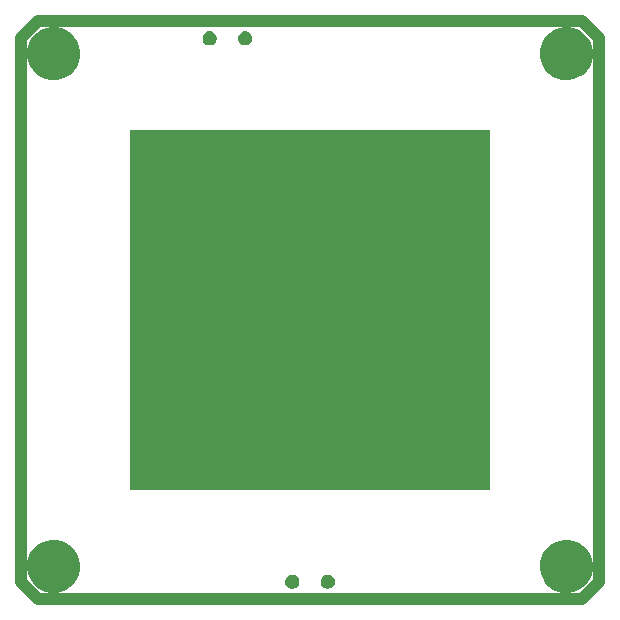
<source format=gbs>
G04 #@! TF.FileFunction,Soldermask,Bot*
%FSLAX45Y45*%
G04 Gerber Fmt 4.5, Leading zero omitted, Abs format (unit mm)*
G04 Created by KiCad (PCBNEW (2015-08-30 BZR 6134, Git 4e94d52)-product) date 2015-09-02 06:32:25*
%MOMM*%
G01*
G04 APERTURE LIST*
%ADD10C,0.100000*%
%ADD11C,1.000000*%
G04 APERTURE END LIST*
D10*
D11*
X10050000Y-14800000D02*
X10200000Y-14950000D01*
X10050000Y-10200000D02*
X10050000Y-14800000D01*
X10200000Y-10050000D02*
X10050000Y-10200000D01*
X14800000Y-10050000D02*
X10200000Y-10050000D01*
X14950000Y-10200000D02*
X14800000Y-10050000D01*
X14950000Y-14800000D02*
X14950000Y-10200000D01*
X14800000Y-14950000D02*
X14950000Y-14800000D01*
X10200000Y-14950000D02*
X14800000Y-14950000D01*
D10*
G36*
X14693633Y-14445149D02*
X14736856Y-14454022D01*
X14777534Y-14471121D01*
X14814115Y-14495795D01*
X14845206Y-14527105D01*
X14869625Y-14563857D01*
X14886439Y-14604653D01*
X14895000Y-14647886D01*
X14895000Y-14647887D01*
X14895010Y-14647938D01*
X14894306Y-14698336D01*
X14894294Y-14698386D01*
X14894294Y-14698388D01*
X14884530Y-14741365D01*
X14866583Y-14781675D01*
X14841148Y-14817731D01*
X14809194Y-14848160D01*
X14771938Y-14871804D01*
X14730800Y-14887760D01*
X14687345Y-14895423D01*
X14643230Y-14894499D01*
X14600135Y-14885023D01*
X14559700Y-14867358D01*
X14523467Y-14842175D01*
X14492816Y-14810435D01*
X14468912Y-14773344D01*
X14452669Y-14732319D01*
X14444704Y-14688919D01*
X14445320Y-14644798D01*
X14454494Y-14601637D01*
X14471877Y-14561081D01*
X14496806Y-14524673D01*
X14528332Y-14493800D01*
X14565254Y-14469639D01*
X14606165Y-14453110D01*
X14649509Y-14444841D01*
X14693633Y-14445149D01*
X14693633Y-14445149D01*
G37*
G36*
X10353633Y-14445149D02*
X10396856Y-14454022D01*
X10437534Y-14471121D01*
X10474115Y-14495795D01*
X10505207Y-14527105D01*
X10529625Y-14563857D01*
X10546439Y-14604653D01*
X10555000Y-14647886D01*
X10555000Y-14647887D01*
X10555010Y-14647938D01*
X10554306Y-14698336D01*
X10554295Y-14698386D01*
X10554295Y-14698388D01*
X10544531Y-14741365D01*
X10526583Y-14781675D01*
X10501148Y-14817731D01*
X10469195Y-14848160D01*
X10431938Y-14871804D01*
X10390800Y-14887760D01*
X10347345Y-14895423D01*
X10303230Y-14894499D01*
X10260135Y-14885023D01*
X10219700Y-14867358D01*
X10183467Y-14842175D01*
X10152816Y-14810435D01*
X10128913Y-14773344D01*
X10112669Y-14732319D01*
X10104704Y-14688919D01*
X10105320Y-14644798D01*
X10114494Y-14601637D01*
X10131877Y-14561081D01*
X10156806Y-14524673D01*
X10188332Y-14493800D01*
X10225254Y-14469639D01*
X10266166Y-14453110D01*
X10309509Y-14444841D01*
X10353633Y-14445149D01*
X10353633Y-14445149D01*
G37*
G36*
X12356302Y-14740040D02*
X12367828Y-14742406D01*
X12378676Y-14746965D01*
X12388431Y-14753545D01*
X12396722Y-14761894D01*
X12403233Y-14771695D01*
X12407717Y-14782574D01*
X12409993Y-14794065D01*
X12409993Y-14794066D01*
X12410003Y-14794117D01*
X12409815Y-14807556D01*
X12409803Y-14807606D01*
X12409803Y-14807608D01*
X12407208Y-14819031D01*
X12402422Y-14829780D01*
X12395640Y-14839395D01*
X12387118Y-14847510D01*
X12377184Y-14853815D01*
X12366214Y-14858069D01*
X12354625Y-14860113D01*
X12342861Y-14859866D01*
X12331369Y-14857340D01*
X12320586Y-14852629D01*
X12310925Y-14845914D01*
X12302750Y-14837449D01*
X12296376Y-14827559D01*
X12292045Y-14816619D01*
X12289921Y-14805045D01*
X12290085Y-14793279D01*
X12292531Y-14781770D01*
X12297167Y-14770955D01*
X12303815Y-14761246D01*
X12312222Y-14753013D01*
X12322068Y-14746570D01*
X12332978Y-14742162D01*
X12344535Y-14739957D01*
X12356302Y-14740040D01*
X12356302Y-14740040D01*
G37*
G36*
X12656302Y-14740040D02*
X12667828Y-14742406D01*
X12678676Y-14746965D01*
X12688431Y-14753545D01*
X12696722Y-14761894D01*
X12703233Y-14771695D01*
X12707717Y-14782574D01*
X12709993Y-14794065D01*
X12709993Y-14794066D01*
X12710003Y-14794117D01*
X12709815Y-14807556D01*
X12709803Y-14807606D01*
X12709803Y-14807608D01*
X12707208Y-14819031D01*
X12702422Y-14829780D01*
X12695640Y-14839395D01*
X12687118Y-14847510D01*
X12677184Y-14853815D01*
X12666214Y-14858069D01*
X12654625Y-14860113D01*
X12642861Y-14859866D01*
X12631369Y-14857340D01*
X12620586Y-14852629D01*
X12610925Y-14845914D01*
X12602750Y-14837449D01*
X12596376Y-14827559D01*
X12592045Y-14816619D01*
X12589921Y-14805045D01*
X12590085Y-14793279D01*
X12592531Y-14781770D01*
X12597167Y-14770955D01*
X12603815Y-14761246D01*
X12612222Y-14753013D01*
X12622068Y-14746570D01*
X12632978Y-14742162D01*
X12644535Y-14739957D01*
X12656302Y-14740040D01*
X12656302Y-14740040D01*
G37*
G36*
X14025000Y-14025000D02*
X10975000Y-14025000D01*
X10975000Y-10975000D01*
X14025000Y-10975000D01*
X14025000Y-14025000D01*
X14025000Y-14025000D01*
G37*
G36*
X14693633Y-10105150D02*
X14736856Y-10114022D01*
X14777534Y-10131121D01*
X14814115Y-10155795D01*
X14845206Y-10187105D01*
X14869625Y-10223858D01*
X14886439Y-10264653D01*
X14895000Y-10307886D01*
X14895000Y-10307887D01*
X14895010Y-10307938D01*
X14894306Y-10358336D01*
X14894294Y-10358387D01*
X14894294Y-10358388D01*
X14884530Y-10401365D01*
X14866583Y-10441675D01*
X14841148Y-10477731D01*
X14809194Y-10508160D01*
X14771938Y-10531804D01*
X14730800Y-10547761D01*
X14687345Y-10555423D01*
X14643230Y-10554499D01*
X14600135Y-10545024D01*
X14559700Y-10527358D01*
X14523467Y-10502176D01*
X14492816Y-10470435D01*
X14468912Y-10433345D01*
X14452669Y-10392319D01*
X14444704Y-10348919D01*
X14445320Y-10304798D01*
X14454494Y-10261638D01*
X14471877Y-10221081D01*
X14496806Y-10184673D01*
X14528332Y-10153800D01*
X14565254Y-10129639D01*
X14606165Y-10113110D01*
X14649509Y-10104841D01*
X14693633Y-10105150D01*
X14693633Y-10105150D01*
G37*
G36*
X10353633Y-10105150D02*
X10396856Y-10114022D01*
X10437534Y-10131121D01*
X10474115Y-10155795D01*
X10505207Y-10187105D01*
X10529625Y-10223858D01*
X10546439Y-10264653D01*
X10555000Y-10307886D01*
X10555000Y-10307887D01*
X10555010Y-10307938D01*
X10554306Y-10358336D01*
X10554295Y-10358387D01*
X10554295Y-10358388D01*
X10544531Y-10401365D01*
X10526583Y-10441675D01*
X10501148Y-10477731D01*
X10469195Y-10508160D01*
X10431938Y-10531804D01*
X10390800Y-10547761D01*
X10347345Y-10555423D01*
X10303230Y-10554499D01*
X10260135Y-10545024D01*
X10219700Y-10527358D01*
X10183467Y-10502176D01*
X10152816Y-10470435D01*
X10128913Y-10433345D01*
X10112669Y-10392319D01*
X10104704Y-10348919D01*
X10105320Y-10304798D01*
X10114494Y-10261638D01*
X10131877Y-10221081D01*
X10156806Y-10184673D01*
X10188332Y-10153800D01*
X10225254Y-10129639D01*
X10266166Y-10113110D01*
X10309509Y-10104841D01*
X10353633Y-10105150D01*
X10353633Y-10105150D01*
G37*
G36*
X11956302Y-10140040D02*
X11967828Y-10142406D01*
X11978676Y-10146965D01*
X11988431Y-10153546D01*
X11996722Y-10161894D01*
X12003233Y-10171695D01*
X12007717Y-10182574D01*
X12009993Y-10194065D01*
X12009993Y-10194066D01*
X12010003Y-10194117D01*
X12009815Y-10207556D01*
X12009803Y-10207607D01*
X12009803Y-10207608D01*
X12007208Y-10219031D01*
X12002422Y-10229780D01*
X11995640Y-10239395D01*
X11987118Y-10247510D01*
X11977184Y-10253815D01*
X11966214Y-10258070D01*
X11954625Y-10260113D01*
X11942861Y-10259867D01*
X11931369Y-10257340D01*
X11920586Y-10252629D01*
X11910925Y-10245914D01*
X11902750Y-10237449D01*
X11896376Y-10227559D01*
X11892045Y-10216619D01*
X11889921Y-10205045D01*
X11890085Y-10193279D01*
X11892531Y-10181770D01*
X11897167Y-10170955D01*
X11903815Y-10161246D01*
X11912222Y-10153013D01*
X11922068Y-10146570D01*
X11932978Y-10142162D01*
X11944535Y-10139957D01*
X11956302Y-10140040D01*
X11956302Y-10140040D01*
G37*
G36*
X11656302Y-10140040D02*
X11667828Y-10142406D01*
X11678676Y-10146965D01*
X11688431Y-10153546D01*
X11696722Y-10161894D01*
X11703233Y-10171695D01*
X11707717Y-10182574D01*
X11709993Y-10194065D01*
X11709993Y-10194066D01*
X11710003Y-10194117D01*
X11709815Y-10207556D01*
X11709803Y-10207607D01*
X11709803Y-10207608D01*
X11707208Y-10219031D01*
X11702422Y-10229780D01*
X11695640Y-10239395D01*
X11687118Y-10247510D01*
X11677184Y-10253815D01*
X11666214Y-10258070D01*
X11654625Y-10260113D01*
X11642861Y-10259867D01*
X11631369Y-10257340D01*
X11620586Y-10252629D01*
X11610925Y-10245914D01*
X11602750Y-10237449D01*
X11596376Y-10227559D01*
X11592045Y-10216619D01*
X11589921Y-10205045D01*
X11590085Y-10193279D01*
X11592531Y-10181770D01*
X11597167Y-10170955D01*
X11603815Y-10161246D01*
X11612222Y-10153013D01*
X11622068Y-10146570D01*
X11632978Y-10142162D01*
X11644535Y-10139957D01*
X11656302Y-10140040D01*
X11656302Y-10140040D01*
G37*
M02*

</source>
